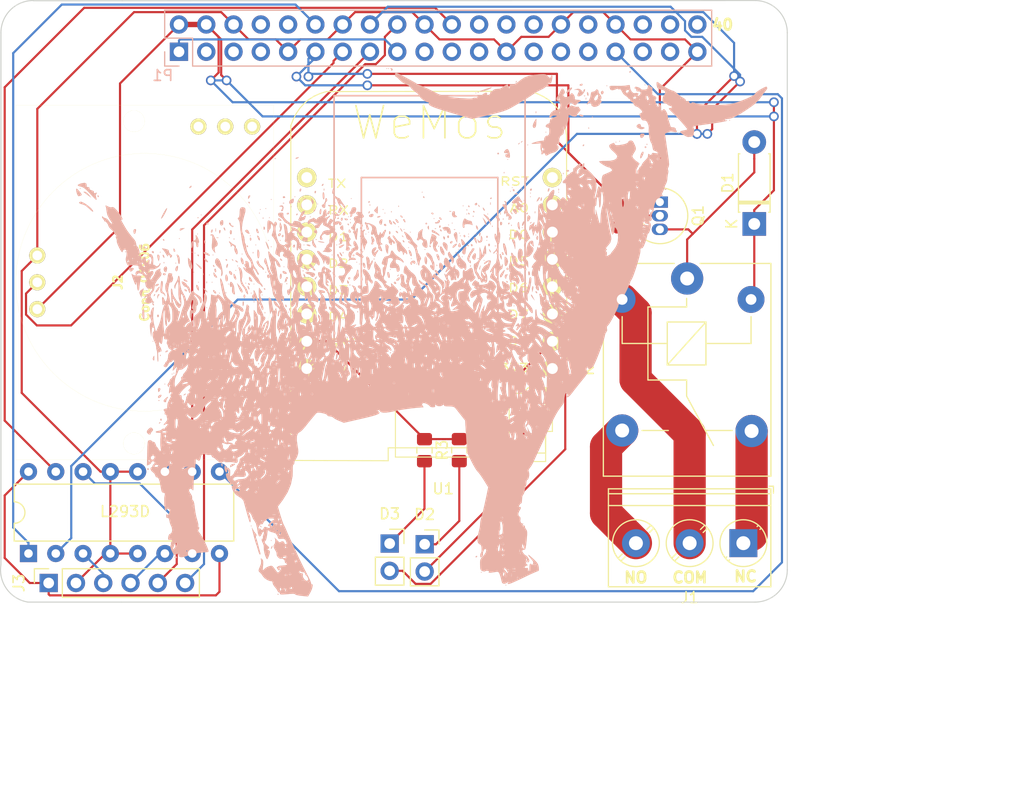
<source format=kicad_pcb>
(kicad_pcb (version 20171130) (host pcbnew "(5.0.0-3-g5ebb6b6)")
  (title_block (date "15 nov 2012"))
  (layers (0 F.Cu signal hide) (31 B.Cu signal hide) (34 B.Paste user) (35 F.Paste user) (36 B.SilkS user) (37 F.SilkS user) (38 B.Mask user) (39 F.Mask user) (44 Edge.Cuts user))
  (net 0 "")
  (net 1 +3V3)
  (net 2 +5V)
  (net 3 GND)
  (net 4 /ID_SD)
  (net 5 /ID_SC)
  (net 6 /GPIO5)
  (net 7 /GPIO6)
  (net 8 /GPIO26)
  (net 9 "/GPIO2(SDA1)")
  (net 10 "/GPIO3(SCL1)")
  (net 11 "/GPIO4(GCLK)")
  (net 12 "/GPIO14(TXD0)")
  (net 13 "/GPIO15(RXD0)")
  (net 14 "/GPIO17(GEN0)")
  (net 15 "/GPIO27(GEN2)")
  (net 16 "/GPIO22(GEN3)")
  (net 17 "/GPIO23(GEN4)")
  (net 18 "/GPIO24(GEN5)")
  (net 19 "/GPIO25(GEN6)")
  (net 20 "/GPIO18(GEN1)(PWM0)")
  (net 21 "/GPIO10(SPI0_MOSI)")
  (net 22 "/GPIO9(SPI0_MISO)")
  (net 23 "/GPIO11(SPI0_SCK)")
  (net 24 "/GPIO8(SPI0_CE_N)")
  (net 25 "/GPIO7(SPI1_CE_N)")
  (net 26 "/GPIO12(PWM0)")
  (net 27 "/GPIO13(PWM1)")
  (net 28 "/GPIO19(SPI1_MISO)")
  (net 29 /GPIO16)
  (net 30 "/GPIO20(SPI1_MOSI)")
  (net 31 "/GPIO21(SPI1_SCK)")
  (net 32 "Net-(Q1-Pad2)")
  (net 33 "Net-(J2-Pad1)")
  (net 34 "Net-(J2-Pad2)")
  (net 35 "Net-(J2-Pad3)")
  (net 36 "/RLY(NC)")
  (net 37 "/RLY(COM)")
  (net 38 "/RLY(NO)")
  (net 39 /RLY1)
  (net 40 "Net-(U1-Pad8)")
  (net 41 "Net-(U1-Pad7)")
  (net 42 "Net-(U1-Pad6)")
  (net 43 "Net-(U1-Pad5)")
  (net 44 "Net-(U1-Pad4)")
  (net 45 "Net-(U1-Pad3)")
  (net 46 "Net-(U1-Pad1)")
  (net 47 "Net-(U1-Pad16)")
  (net 48 "Net-(U1-Pad13)")
  (net 49 "Net-(U1-Pad12)")
  (net 50 "Net-(U1-Pad11)")
  (net 51 "Net-(U1-Pad10)")
  (net 52 "Net-(U1-Pad9)")
  (net 53 /WM_GND)
  (net 54 "Net-(D2-Pad1)")
  (net 55 "Net-(D3-Pad1)")
  (net 56 /WM_D8)
  (net 57 /WM_D7)
  (net 58 /Out1)
  (net 59 /Out3)
  (net 60 /Out2)
  (net 61 /Out4)
  (net 62 /Vcc2)
  (module graphics:goat (layer B.Cu) (at 230.3784 122.4664 180)
    (fp_text reference G*** hide)
    (fp_text value LOGO hide)
  )
  (module Connector_PinSocket_2.54mm:PinSocket_1x06_P2.54mm_Vertical (layer F.Cu) (at 196.2408 148.222 90)
    (fp_text reference J3 (at 0 -2.77 90) (layer F.SilkS))
    (fp_text value Conn_01x06)
    (pad 1 thru_hole rect (at 0 0 90) (size 1.7 1.7) (drill 1) (layers *.Cu *.Mask) (net 62 /Vcc2))
    (pad 2 thru_hole oval (at 0 2.54 90) (size 1.7 1.7) (drill 1) (layers *.Cu *.Mask) (net 3 GND))
    (pad 3 thru_hole oval (at 0 5.08 90) (size 1.7 1.7) (drill 1) (layers *.Cu *.Mask) (net 58 /Out1))
    (pad 4 thru_hole oval (at 0 7.62 90) (size 1.7 1.7) (drill 1) (layers *.Cu *.Mask) (net 60 /Out2))
    (pad 5 thru_hole oval (at 0 10.16 90) (size 1.7 1.7) (drill 1) (layers *.Cu *.Mask) (net 59 /Out3))
    (pad 6 thru_hole oval (at 0 12.7 90) (size 1.7 1.7) (drill 1) (layers *.Cu *.Mask) (net 61 /Out4))
  )
  (module Package_DIP:DIP-16_W7.62mm (layer F.Cu) (at 194.3612 145.4788 90)
    (fp_text reference L293D (at 3.9116 8.9916 180) (layer F.SilkS))
    (fp_text value L293D)
    (pad 1 thru_hole rect (at 0 0 90) (size 1.6 1.6) (drill 0.8) (layers *.Cu *.Mask) (net 20 "/GPIO18(GEN1)(PWM0)"))
    (pad 9 thru_hole oval (at 7.62 17.78 90) (size 1.6 1.6) (drill 0.8) (layers *.Cu *.Mask) (net 27 "/GPIO13(PWM1)"))
    (pad 2 thru_hole oval (at 0 2.54 90) (size 1.6 1.6) (drill 0.8) (layers *.Cu *.Mask) (net 17 "/GPIO23(GEN4)"))
    (pad 10 thru_hole oval (at 7.62 15.24 90) (size 1.6 1.6) (drill 0.8) (layers *.Cu *.Mask) (net 16 "/GPIO22(GEN3)"))
    (pad 3 thru_hole oval (at 0 5.08 90) (size 1.6 1.6) (drill 0.8) (layers *.Cu *.Mask) (net 58 /Out1))
    (pad 11 thru_hole oval (at 7.62 12.7 90) (size 1.6 1.6) (drill 0.8) (layers *.Cu *.Mask) (net 59 /Out3))
    (pad 4 thru_hole oval (at 0 7.62 90) (size 1.6 1.6) (drill 0.8) (layers *.Cu *.Mask) (net 3 GND))
    (pad 12 thru_hole oval (at 7.62 10.16 90) (size 1.6 1.6) (drill 0.8) (layers *.Cu *.Mask) (net 3 GND))
    (pad 5 thru_hole oval (at 0 10.16 90) (size 1.6 1.6) (drill 0.8) (layers *.Cu *.Mask) (net 3 GND))
    (pad 13 thru_hole oval (at 7.62 7.62 90) (size 1.6 1.6) (drill 0.8) (layers *.Cu *.Mask) (net 3 GND))
    (pad 6 thru_hole oval (at 0 12.7 90) (size 1.6 1.6) (drill 0.8) (layers *.Cu *.Mask) (net 60 /Out2))
    (pad 14 thru_hole oval (at 7.62 5.08 90) (size 1.6 1.6) (drill 0.8) (layers *.Cu *.Mask) (net 61 /Out4))
    (pad 7 thru_hole oval (at 0 15.24 90) (size 1.6 1.6) (drill 0.8) (layers *.Cu *.Mask) (net 18 "/GPIO24(GEN5)"))
    (pad 15 thru_hole oval (at 7.62 2.54 90) (size 1.6 1.6) (drill 0.8) (layers *.Cu *.Mask) (net 19 "/GPIO25(GEN6)"))
    (pad 8 thru_hole oval (at 0 17.78 90) (size 1.6 1.6) (drill 0.8) (layers *.Cu *.Mask) (net 62 /Vcc2))
    (pad 16 thru_hole oval (at 7.62 0 90) (size 1.6 1.6) (drill 0.8) (layers *.Cu *.Mask) (net 62 /Vcc2))
  )
  (module Connector_PinSocket_2.54mm:PinSocket_1x02_P2.54mm_Vertical (layer F.Cu) (at 227.983745 144.549771)
    (fp_text reference D3 (at 0 -2.77) (layer F.SilkS))
    (fp_text value LED)
    (pad 2 thru_hole oval (at 0 2.54) (size 1.7 1.7) (drill 1) (layers *.Cu *.Mask) (net 57 /WM_D7))
    (pad 1 thru_hole rect (at 0 0) (size 1.7 1.7) (drill 1) (layers *.Cu *.Mask) (net 55 "Net-(D3-Pad1)"))
  )
  (module Connector_PinSocket_2.54mm:PinSocket_1x02_P2.54mm_Vertical (layer F.Cu) (at 231.242 144.6152)
    (fp_text reference D2 (at 0 -2.77) (layer F.SilkS))
    (fp_text value LED)
    (pad 1 thru_hole rect (at 0 0) (size 1.7 1.7) (drill 1) (layers *.Cu *.Mask) (net 54 "Net-(D2-Pad1)"))
    (pad 2 thru_hole oval (at 0 2.54) (size 1.7 1.7) (drill 1) (layers *.Cu *.Mask) (net 56 /WM_D8))
  )
  (module Resistor_SMD:R_0805_2012Metric_Pad1.15x1.40mm_HandSolder (layer F.Cu) (at 231.224785 135.857891 270)
    (fp_text reference R3 (at 0 -1.65 270) (layer F.SilkS))
    (fp_text value R_US)
    (pad 2 smd roundrect (at 1.025 0 270) (size 1.15 1.4) (layers F.Cu F.Paste F.Mask) (roundrect_rratio 0.217391) (net 55 "Net-(D3-Pad1)"))
    (pad 1 smd roundrect (at -1.025 0 270) (size 1.15 1.4) (layers F.Cu F.Paste F.Mask) (roundrect_rratio 0.217391) (net 53 /WM_GND))
  )
  (module Resistor_SMD:R_0805_2012Metric_Pad1.15x1.40mm_HandSolder (layer F.Cu) (at 234.465825 135.851651 270)
    (fp_text reference R2 (at 0 -1.65 270) (layer F.SilkS))
    (fp_text value R_US)
    (pad 1 smd roundrect (at -1.025 0 270) (size 1.15 1.4) (layers F.Cu F.Paste F.Mask) (roundrect_rratio 0.217391) (net 53 /WM_GND))
    (pad 2 smd roundrect (at 1.025 0 270) (size 1.15 1.4) (layers F.Cu F.Paste F.Mask) (roundrect_rratio 0.217391) (net 54 "Net-(D2-Pad1)"))
  )
  (module D1_mini_board:D1_mini_board (layer F.Cu) (at 231.6992 120.6376)
    (fp_text reference U1 (at 1.27 18.81) (layer F.SilkS))
    (fp_text value WeMos_mini)
    (fp_text user WeMos (at 0 -15.24) (layer F.SilkS) (effects (font (size 3 3))))
    (pad 8 thru_hole circle (at -11.43 -10.16) (size 1.8 1.8) (drill 1.016) (layers *.Cu *.Mask F.SilkS) (net 40 "Net-(U1-Pad8)"))
    (pad 7 thru_hole circle (at -11.43 -7.62) (size 1.8 1.8) (drill 1.016) (layers *.Cu *.Mask F.SilkS) (net 41 "Net-(U1-Pad7)"))
    (pad 6 thru_hole circle (at -11.43 -5.08) (size 1.8 1.8) (drill 1.016) (layers *.Cu *.Mask F.SilkS) (net 42 "Net-(U1-Pad6)"))
    (pad 5 thru_hole circle (at -11.43 -2.54) (size 1.8 1.8) (drill 1.016) (layers *.Cu *.Mask F.SilkS) (net 43 "Net-(U1-Pad5)"))
    (pad 4 thru_hole circle (at -11.43 0) (size 1.8 1.8) (drill 1.016) (layers *.Cu *.Mask F.SilkS) (net 44 "Net-(U1-Pad4)"))
    (pad 3 thru_hole circle (at -11.43 2.54) (size 1.8 1.8) (drill 1.016) (layers *.Cu *.Mask F.SilkS) (net 45 "Net-(U1-Pad3)"))
    (pad 2 thru_hole circle (at -11.43 5.08) (size 1.8 1.8) (drill 1.016) (layers *.Cu *.Mask F.SilkS) (net 53 /WM_GND))
    (pad 1 thru_hole circle (at -11.43 7.62) (size 1.8 1.8) (drill 1.016) (layers *.Cu *.Mask F.SilkS) (net 46 "Net-(U1-Pad1)"))
    (pad 16 thru_hole circle (at 11.43 7.62) (size 1.8 1.8) (drill 1.016) (layers *.Cu *.Mask F.SilkS) (net 47 "Net-(U1-Pad16)"))
    (pad 15 thru_hole circle (at 11.43 5.08) (size 1.8 1.8) (drill 1.016) (layers *.Cu *.Mask F.SilkS) (net 56 /WM_D8))
    (pad 14 thru_hole circle (at 11.43 2.54) (size 1.8 1.8) (drill 1.016) (layers *.Cu *.Mask F.SilkS) (net 57 /WM_D7))
    (pad 13 thru_hole circle (at 11.43 0) (size 1.8 1.8) (drill 1.016) (layers *.Cu *.Mask F.SilkS) (net 48 "Net-(U1-Pad13)"))
    (pad 12 thru_hole circle (at 11.43 -2.54) (size 1.8 1.8) (drill 1.016) (layers *.Cu *.Mask F.SilkS) (net 49 "Net-(U1-Pad12)"))
    (pad 11 thru_hole circle (at 11.43 -5.08) (size 1.8 1.8) (drill 1.016) (layers *.Cu *.Mask F.SilkS) (net 50 "Net-(U1-Pad11)"))
    (pad 10 thru_hole circle (at 11.43 -7.62) (size 1.8 1.8) (drill 1.016) (layers *.Cu *.Mask F.SilkS) (net 51 "Net-(U1-Pad10)"))
    (pad 9 thru_hole circle (at 11.43 -10.16) (size 1.8 1.8) (drill 1.016) (layers *.Cu *.Mask F.SilkS) (net 52 "Net-(U1-Pad9)"))
  )
  (module motion:HC-SR501 (layer F.Cu) (at 205.1816 120.2312 270)
    (fp_text reference J2 (at 0 2.5 270) (layer F.SilkS) (effects (font (size 0.8 0.8) (thickness 0.2))))
    (fp_text value Conn_01x06 (at 0 0 270) (layer F.SilkS) (effects (font (size 0.8 0.8) (thickness 0.2))))
    (pad 1 thru_hole circle (at -14.5 -10 270) (size 1.5 1.5) (drill 0.9) (layers *.Cu *.Mask F.SilkS) (net 33 "Net-(J2-Pad1)"))
    (pad 2 thru_hole circle (at -14.5 -7.5 270) (size 1.5 1.5) (drill 0.9) (layers *.Cu *.Mask F.SilkS) (net 34 "Net-(J2-Pad2)"))
    (pad 3 thru_hole circle (at -14.5 -5 270) (size 1.5 1.5) (drill 0.9) (layers *.Cu *.Mask F.SilkS) (net 35 "Net-(J2-Pad3)"))
    (pad 4 thru_hole circle (at -2.5 10 270) (size 1.5 1.5) (drill 0.9) (layers *.Cu *.Mask F.SilkS) (net 3 GND))
    (pad 5 thru_hole circle (at 0 10 270) (size 1.5 1.5) (drill 0.9) (layers *.Cu *.Mask F.SilkS) (net 15 "/GPIO27(GEN2)"))
    (pad 6 thru_hole circle (at 2.5 10 270) (size 1.5 1.5) (drill 0.9) (layers *.Cu *.Mask F.SilkS) (net 2 +5V))
    (pad "" np_thru_hole circle (at 15 1 270) (size 2 2) (drill 2) (layers *.Cu *.Mask F.SilkS))
    (pad "" np_thru_hole circle (at -15 1 270) (size 2 2) (drill 2) (layers *.Cu *.Mask F.SilkS))
  )
  (module Diode_THT:D_DO-41_SOD81_P7.62mm_Horizontal (layer F.Cu) (at 261.9252 114.7956 90)
    (fp_text reference D1 (at 3.81 -2.47 90) (layer F.SilkS))
    (fp_text value D)
    (fp_text user K (at 0 -2.1 90) (layer F.SilkS))
    (pad 1 thru_hole rect (at 0 0 90) (size 2.2 2.2) (drill 1.1) (layers *.Cu *.Mask) (net 2 +5V))
    (pad 2 thru_hole oval (at 7.62 0 90) (size 2.2 2.2) (drill 1.1) (layers *.Cu *.Mask) (net 39 /RLY1))
  )
  (module Relay_THT:Relay_SPDT_SANYOU_SRD_Series_Form_C (layer F.Cu) (at 255.6768 119.8756 270)
    (fp_text reference K1 (at 8.1 9.2 270) (layer F.SilkS))
    (fp_text value G5Q-1)
    (pad 2 thru_hole circle (at 1.95 6.05) (size 2.5 2.5) (drill 1) (layers *.Cu *.Mask) (net 37 "/RLY(COM)"))
    (pad 3 thru_hole circle (at 14.15 6.05) (size 3 3) (drill 1.3) (layers *.Cu *.Mask) (net 38 "/RLY(NO)"))
    (pad 4 thru_hole circle (at 14.2 -6) (size 3 3) (drill 1.3) (layers *.Cu *.Mask) (net 36 "/RLY(NC)"))
    (pad 5 thru_hole circle (at 1.95 -5.95) (size 2.5 2.5) (drill 1) (layers *.Cu *.Mask) (net 2 +5V))
    (pad 1 thru_hole circle (at 0 0) (size 3 3) (drill 1.3) (layers *.Cu *.Mask) (net 39 /RLY1))
  )
  (module Package_TO_SOT_THT:TO-92_Inline (layer F.Cu) (at 253.1368 112.7636 270)
    (fp_text reference Q1 (at 1.27 -3.56 270) (layer F.SilkS))
    (fp_text value 2N3904)
    (pad 2 thru_hole oval (at 1.27 0 270) (size 1.05 1.5) (drill 0.75) (layers *.Cu *.Mask) (net 32 "Net-(Q1-Pad2)"))
    (pad 3 thru_hole oval (at 2.54 0 270) (size 1.05 1.5) (drill 0.75) (layers *.Cu *.Mask) (net 39 /RLY1))
    (pad 1 thru_hole rect (at 0 0 270) (size 1.05 1.5) (drill 0.75) (layers *.Cu *.Mask) (net 3 GND))
  )
  (module Resistor_SMD:R_0805_2012Metric_Pad1.15x1.40mm_HandSolder (layer F.Cu) (at 249.53 114.0844 270)
    (fp_text reference R1 (at 0 -1.65 270) (layer F.SilkS))
    (fp_text value R_US)
    (pad 1 smd roundrect (at -1.025 0 270) (size 1.15 1.4) (layers F.Cu F.Paste F.Mask) (roundrect_rratio 0.217391) (net 14 "/GPIO17(GEN0)"))
    (pad 2 smd roundrect (at 1.025 0 270) (size 1.15 1.4) (layers F.Cu F.Paste F.Mask) (roundrect_rratio 0.217391) (net 32 "Net-(Q1-Pad2)"))
  )
  (module TerminalBlock_Phoenix:TerminalBlock_Phoenix_PT-1,5-3-5.0-H_1x03_P5.00mm_Horizontal (layer F.Cu) (at 260.9092 144.5136 180)
    (fp_text reference J1 (at 5 -5.06 180) (layer F.SilkS))
    (fp_text value Screw_Terminal_01x03)
    (pad 1 thru_hole rect (at 0 0 180) (size 2.6 2.6) (drill 1.3) (layers *.Cu *.Mask) (net 36 "/RLY(NC)"))
    (pad 2 thru_hole circle (at 5 0 180) (size 2.6 2.6) (drill 1.3) (layers *.Cu *.Mask) (net 37 "/RLY(COM)"))
    (pad 3 thru_hole circle (at 10 0 180) (size 2.6 2.6) (drill 1.3) (layers *.Cu *.Mask) (net 38 "/RLY(NO)"))
  )
  (module Connector_PinSocket_2.54mm:PinSocket_2x20_P2.54mm_Vertical (layer B.Cu) (at 208.37 98.77 270)
    (fp_text reference P1 (at 2.208 1.512) (layer B.SilkS) (effects (justify mirror)))
    (fp_text value Conn_02x20_Odd_Even)
    (pad 1 thru_hole rect (at 0 0 270) (size 1.7 1.7) (drill 1) (layers *.Cu *.Mask) (net 1 +3V3))
    (pad 2 thru_hole oval (at -2.54 0 270) (size 1.7 1.7) (drill 1) (layers *.Cu *.Mask) (net 2 +5V))
    (pad 3 thru_hole oval (at 0 -2.54 270) (size 1.7 1.7) (drill 1) (layers *.Cu *.Mask) (net 9 "/GPIO2(SDA1)"))
    (pad 4 thru_hole oval (at -2.54 -2.54 270) (size 1.7 1.7) (drill 1) (layers *.Cu *.Mask) (net 2 +5V))
    (pad 5 thru_hole oval (at 0 -5.08 270) (size 1.7 1.7) (drill 1) (layers *.Cu *.Mask) (net 10 "/GPIO3(SCL1)"))
    (pad 6 thru_hole oval (at -2.54 -5.08 270) (size 1.7 1.7) (drill 1) (layers *.Cu *.Mask) (net 3 GND))
    (pad 7 thru_hole oval (at 0 -7.62 270) (size 1.7 1.7) (drill 1) (layers *.Cu *.Mask) (net 11 "/GPIO4(GCLK)"))
    (pad 8 thru_hole oval (at -2.54 -7.62 270) (size 1.7 1.7) (drill 1) (layers *.Cu *.Mask) (net 12 "/GPIO14(TXD0)"))
    (pad 9 thru_hole oval (at 0 -10.16 270) (size 1.7 1.7) (drill 1) (layers *.Cu *.Mask) (net 3 GND))
    (pad 10 thru_hole oval (at -2.54 -10.16 270) (size 1.7 1.7) (drill 1) (layers *.Cu *.Mask) (net 13 "/GPIO15(RXD0)"))
    (pad 11 thru_hole oval (at 0 -12.7 270) (size 1.7 1.7) (drill 1) (layers *.Cu *.Mask) (net 14 "/GPIO17(GEN0)"))
    (pad 12 thru_hole oval (at -2.54 -12.7 270) (size 1.7 1.7) (drill 1) (layers *.Cu *.Mask) (net 20 "/GPIO18(GEN1)(PWM0)"))
    (pad 13 thru_hole oval (at 0 -15.24 270) (size 1.7 1.7) (drill 1) (layers *.Cu *.Mask) (net 15 "/GPIO27(GEN2)"))
    (pad 14 thru_hole oval (at -2.54 -15.24 270) (size 1.7 1.7) (drill 1) (layers *.Cu *.Mask) (net 3 GND))
    (pad 15 thru_hole oval (at 0 -17.78 270) (size 1.7 1.7) (drill 1) (layers *.Cu *.Mask) (net 16 "/GPIO22(GEN3)"))
    (pad 16 thru_hole oval (at -2.54 -17.78 270) (size 1.7 1.7) (drill 1) (layers *.Cu *.Mask) (net 17 "/GPIO23(GEN4)"))
    (pad 17 thru_hole oval (at 0 -20.32 270) (size 1.7 1.7) (drill 1) (layers *.Cu *.Mask) (net 1 +3V3))
    (pad 18 thru_hole oval (at -2.54 -20.32 270) (size 1.7 1.7) (drill 1) (layers *.Cu *.Mask) (net 18 "/GPIO24(GEN5)"))
    (pad 19 thru_hole oval (at 0 -22.86 270) (size 1.7 1.7) (drill 1) (layers *.Cu *.Mask) (net 21 "/GPIO10(SPI0_MOSI)"))
    (pad 20 thru_hole oval (at -2.54 -22.86 270) (size 1.7 1.7) (drill 1) (layers *.Cu *.Mask) (net 3 GND))
    (pad 21 thru_hole oval (at 0 -25.4 270) (size 1.7 1.7) (drill 1) (layers *.Cu *.Mask) (net 22 "/GPIO9(SPI0_MISO)"))
    (pad 22 thru_hole oval (at -2.54 -25.4 270) (size 1.7 1.7) (drill 1) (layers *.Cu *.Mask) (net 19 "/GPIO25(GEN6)"))
    (pad 23 thru_hole oval (at 0 -27.94 270) (size 1.7 1.7) (drill 1) (layers *.Cu *.Mask) (net 23 "/GPIO11(SPI0_SCK)"))
    (pad 24 thru_hole oval (at -2.54 -27.94 270) (size 1.7 1.7) (drill 1) (layers *.Cu *.Mask) (net 24 "/GPIO8(SPI0_CE_N)"))
    (pad 25 thru_hole oval (at 0 -30.48 270) (size 1.7 1.7) (drill 1) (layers *.Cu *.Mask) (net 3 GND))
    (pad 26 thru_hole oval (at -2.54 -30.48 270) (size 1.7 1.7) (drill 1) (layers *.Cu *.Mask) (net 25 "/GPIO7(SPI1_CE_N)"))
    (pad 27 thru_hole oval (at 0 -33.02 270) (size 1.7 1.7) (drill 1) (layers *.Cu *.Mask) (net 4 /ID_SD))
    (pad 28 thru_hole oval (at -2.54 -33.02 270) (size 1.7 1.7) (drill 1) (layers *.Cu *.Mask) (net 5 /ID_SC))
    (pad 29 thru_hole oval (at 0 -35.56 270) (size 1.7 1.7) (drill 1) (layers *.Cu *.Mask) (net 6 /GPIO5))
    (pad 30 thru_hole oval (at -2.54 -35.56 270) (size 1.7 1.7) (drill 1) (layers *.Cu *.Mask) (net 3 GND))
    (pad 31 thru_hole oval (at 0 -38.1 270) (size 1.7 1.7) (drill 1) (layers *.Cu *.Mask) (net 7 /GPIO6))
    (pad 32 thru_hole oval (at -2.54 -38.1 270) (size 1.7 1.7) (drill 1) (layers *.Cu *.Mask) (net 26 "/GPIO12(PWM0)"))
    (pad 33 thru_hole oval (at 0 -40.64 270) (size 1.7 1.7) (drill 1) (layers *.Cu *.Mask) (net 27 "/GPIO13(PWM1)"))
    (pad 34 thru_hole oval (at -2.54 -40.64 270) (size 1.7 1.7) (drill 1) (layers *.Cu *.Mask) (net 3 GND))
    (pad 35 thru_hole oval (at 0 -43.18 270) (size 1.7 1.7) (drill 1) (layers *.Cu *.Mask) (net 28 "/GPIO19(SPI1_MISO)"))
    (pad 36 thru_hole oval (at -2.54 -43.18 270) (size 1.7 1.7) (drill 1) (layers *.Cu *.Mask) (net 29 /GPIO16))
    (pad 37 thru_hole oval (at 0 -45.72 270) (size 1.7 1.7) (drill 1) (layers *.Cu *.Mask) (net 8 /GPIO26))
    (pad 38 thru_hole oval (at -2.54 -45.72 270) (size 1.7 1.7) (drill 1) (layers *.Cu *.Mask) (net 30 "/GPIO20(SPI1_MOSI)"))
    (pad 39 thru_hole oval (at 0 -48.26 270) (size 1.7 1.7) (drill 1) (layers *.Cu *.Mask) (net 3 GND))
    (pad 40 thru_hole oval (at -2.54 -48.26 270) (size 1.7 1.7) (drill 1) (layers *.Cu *.Mask) (net 31 "/GPIO21(SPI1_SCK)"))
  )
  (gr_text 40 (at 258.9788 96.2536) (layer F.SilkS) (effects (font (size 1 1) (thickness 0.25))))
  (gr_text NC (at 261.1124 147.6124) (layer F.SilkS) (effects (font (size 1 1) (thickness 0.25))))
  (gr_text COM (at 255.9308 147.714) (layer F.SilkS) (effects (font (size 1 1) (thickness 0.25))))
  (gr_text NO (at 250.9016 147.714) (layer F.SilkS) (effects (font (size 1 1) (thickness 0.25))))
  (gr_text "RST\n\nA0\n\nD0\n\nD5\n\nD6\n\nD7\n\nD8\n\n3V3" (at 241.0464 119.52) (layer F.SilkS) (effects (font (size 0.77 1) (thickness 0.125)) (justify right)))
  (gr_text "TX\n\nRX\n\nD1\n\nD2\n\nD3\n\nD4\n\nGND\n\n5V" (at 222.1488 119.7232) (layer F.SilkS) (effects (font (size 0.77 1) (thickness 0.125)) (justify left)))
  (gr_line (start 194.8184 94.0184) (end 203.0988 94.0184) (layer Edge.Cuts) (width 0.1))
  (gr_line (start 194.3612 150) (end 202.9972 150) (layer Edge.Cuts) (width 0.1))
  (gr_line (start 203 150) (end 262 150) (layer Edge.Cuts) (width 0.1))
  (gr_line (start 191.7972 97) (end 191.7972 146.52) (layer Edge.Cuts) (width 0.1))
  (gr_arc (start 194.7972 97) (end 191.7972 97) (angle 90) (layer Edge.Cuts) (width 0.1))
  (gr_arc (start 194.7972 147) (end 194.3172 150) (angle 90) (layer Edge.Cuts) (width 0.1))
  (gr_arc (start 262 97) (end 262 94) (angle 90) (layer Edge.Cuts) (width 0.1))
  (gr_arc (start 262 147) (end 265 147) (angle 90) (layer Edge.Cuts) (width 0.1))
  (gr_line (start 262 94) (end 203.0988 94.0184) (layer Edge.Cuts) (width 0.1))
  (gr_line (start 265 147) (end 265 97) (layer Edge.Cuts) (width 0.1))
  (segment (start 227.539999 97.619999) (end 227.840001 97.920001) (width 0.2) (layer B.Cu) (net 1))
  (segment (start 208.37 97.72) (end 208.470001 97.619999) (width 0.2) (layer B.Cu) (net 1))
  (segment (start 227.840001 97.920001) (end 228.69 98.77) (width 0.2) (layer B.Cu) (net 1))
  (segment (start 208.470001 97.619999) (end 227.539999 97.619999) (width 0.2) (layer B.Cu) (net 1))
  (segment (start 208.37 98.77) (end 208.37 97.72) (width 0.2) (layer B.Cu) (net 1))
  (via (at 211.3284 101.4352) (size 0.9) (drill 0.6) (layers F.Cu B.Cu) (net 2))
  (via (at 212.8016 101.4352) (size 0.9) (drill 0.6) (layers F.Cu B.Cu) (net 2))
  (segment (start 210.91 96.23) (end 208.37 96.23) (width 0.5) (layer F.Cu) (net 2))
  (segment (start 261.9252 121.5272) (end 261.6268 121.8256) (width 0.2) (layer F.Cu) (net 2))
  (segment (start 261.9252 114.7956) (end 261.9252 121.5272) (width 0.2) (layer F.Cu) (net 2))
  (segment (start 207.520001 97.079999) (end 208.37 96.23) (width 0.2) (layer F.Cu) (net 2))
  (segment (start 202.881599 115.031201) (end 202.881599 101.718401) (width 0.2) (layer F.Cu) (net 2))
  (segment (start 202.881599 101.718401) (end 207.520001 97.079999) (width 0.2) (layer F.Cu) (net 2))
  (segment (start 195.1816 122.7312) (end 202.881599 115.031201) (width 0.2) (layer F.Cu) (net 2))
  (segment (start 261.9252 113.4956) (end 263.754 111.6668) (width 0.2) (layer F.Cu) (net 2))
  (segment (start 261.9252 114.7956) (end 261.9252 113.4956) (width 0.2) (layer F.Cu) (net 2))
  (segment (start 263.754 111.6668) (end 263.754 104.788) (width 0.2) (layer F.Cu) (net 2))
  (segment (start 263.754 103.4672) (end 263.754 103.3656) (width 0.2) (layer F.Cu) (net 2))
  (via (at 263.754 103.4672) (size 0.9) (drill 0.6) (layers F.Cu B.Cu) (net 2))
  (segment (start 263.754 104.788) (end 263.754 103.4672) (width 0.2) (layer F.Cu) (net 2))
  (via (at 263.754 104.788) (size 0.9) (drill 0.6) (layers F.Cu B.Cu) (net 2))
  (segment (start 216.1544 104.788) (end 212.8016 101.4352) (width 0.2) (layer B.Cu) (net 2))
  (segment (start 263.754 104.788) (end 216.1544 104.788) (width 0.2) (layer B.Cu) (net 2))
  (segment (start 212.8016 101.4352) (end 211.3284 101.4352) (width 0.2) (layer B.Cu) (net 2))
  (segment (start 213.3604 103.4672) (end 211.3284 101.4352) (width 0.2) (layer B.Cu) (net 2))
  (segment (start 263.754 103.4672) (end 213.3604 103.4672) (width 0.2) (layer B.Cu) (net 2))
  (segment (start 212.060001 100.703599) (end 211.3284 101.4352) (width 0.2) (layer F.Cu) (net 2))
  (segment (start 212.060001 97.380001) (end 212.060001 100.703599) (width 0.2) (layer F.Cu) (net 2))
  (segment (start 210.91 96.23) (end 212.060001 97.380001) (width 0.2) (layer F.Cu) (net 2))
  (segment (start 212.299999 97.619999) (end 212.299999 100.933599) (width 0.2) (layer F.Cu) (net 2))
  (segment (start 212.351601 100.985201) (end 212.8016 101.4352) (width 0.2) (layer F.Cu) (net 2))
  (segment (start 212.299999 100.933599) (end 212.351601 100.985201) (width 0.2) (layer F.Cu) (net 2))
  (segment (start 210.91 96.23) (end 212.299999 97.619999) (width 0.2) (layer F.Cu) (net 2))
  (segment (start 217.379999 97.619999) (end 217.680001 97.920001) (width 0.2) (layer F.Cu) (net 3))
  (segment (start 214.839999 97.619999) (end 217.379999 97.619999) (width 0.2) (layer F.Cu) (net 3))
  (segment (start 217.680001 97.920001) (end 218.53 98.77) (width 0.2) (layer F.Cu) (net 3))
  (segment (start 213.45 96.23) (end 214.839999 97.619999) (width 0.2) (layer F.Cu) (net 3))
  (segment (start 222.760001 97.079999) (end 223.61 96.23) (width 0.2) (layer F.Cu) (net 3))
  (segment (start 219.680001 97.619999) (end 222.220001 97.619999) (width 0.2) (layer F.Cu) (net 3))
  (segment (start 222.220001 97.619999) (end 222.760001 97.079999) (width 0.2) (layer F.Cu) (net 3))
  (segment (start 218.53 98.77) (end 219.680001 97.619999) (width 0.2) (layer F.Cu) (net 3))
  (segment (start 230.380001 95.380001) (end 231.23 96.23) (width 0.2) (layer F.Cu) (net 3))
  (segment (start 230.079999 95.079999) (end 230.380001 95.380001) (width 0.2) (layer F.Cu) (net 3))
  (segment (start 224.760001 95.079999) (end 230.079999 95.079999) (width 0.2) (layer F.Cu) (net 3))
  (segment (start 223.61 96.23) (end 224.760001 95.079999) (width 0.2) (layer F.Cu) (net 3))
  (segment (start 238.000001 97.920001) (end 238.85 98.77) (width 0.2) (layer F.Cu) (net 3))
  (segment (start 237.699999 97.619999) (end 238.000001 97.920001) (width 0.2) (layer F.Cu) (net 3))
  (segment (start 232.619999 97.619999) (end 237.699999 97.619999) (width 0.2) (layer F.Cu) (net 3))
  (segment (start 231.23 96.23) (end 232.619999 97.619999) (width 0.2) (layer F.Cu) (net 3))
  (segment (start 243.080001 97.079999) (end 243.93 96.23) (width 0.2) (layer F.Cu) (net 3))
  (segment (start 242.779999 97.380001) (end 243.080001 97.079999) (width 0.2) (layer F.Cu) (net 3))
  (segment (start 240.239999 97.380001) (end 242.779999 97.380001) (width 0.2) (layer F.Cu) (net 3))
  (segment (start 238.85 98.77) (end 240.239999 97.380001) (width 0.2) (layer F.Cu) (net 3))
  (segment (start 248.160001 95.380001) (end 249.01 96.23) (width 0.2) (layer F.Cu) (net 3))
  (segment (start 245.080001 95.079999) (end 247.859999 95.079999) (width 0.2) (layer F.Cu) (net 3))
  (segment (start 247.859999 95.079999) (end 248.160001 95.380001) (width 0.2) (layer F.Cu) (net 3))
  (segment (start 243.93 96.23) (end 245.080001 95.079999) (width 0.2) (layer F.Cu) (net 3))
  (segment (start 255.479999 97.619999) (end 255.780001 97.920001) (width 0.2) (layer F.Cu) (net 3))
  (segment (start 250.399999 97.619999) (end 255.479999 97.619999) (width 0.2) (layer F.Cu) (net 3))
  (segment (start 255.780001 97.920001) (end 256.63 98.77) (width 0.2) (layer F.Cu) (net 3))
  (segment (start 249.01 96.23) (end 250.399999 97.619999) (width 0.2) (layer F.Cu) (net 3))
  (segment (start 204.186001 95.079999) (end 212.299999 95.079999) (width 0.2) (layer F.Cu) (net 3))
  (segment (start 212.600001 95.380001) (end 213.45 96.23) (width 0.2) (layer F.Cu) (net 3))
  (segment (start 212.299999 95.079999) (end 212.600001 95.380001) (width 0.2) (layer F.Cu) (net 3))
  (segment (start 195.1816 104.0844) (end 204.186001 95.079999) (width 0.2) (layer F.Cu) (net 3))
  (segment (start 195.1816 117.7312) (end 195.1816 104.0844) (width 0.2) (layer F.Cu) (net 3))
  (segment (start 253.1368 102.2632) (end 256.63 98.77) (width 0.2) (layer F.Cu) (net 3))
  (segment (start 253.1368 112.7636) (end 253.1368 102.2632) (width 0.2) (layer F.Cu) (net 3))
  (segment (start 201.524 145.4788) (end 201.9812 145.4788) (width 0.2) (layer F.Cu) (net 3))
  (segment (start 198.7808 148.222) (end 201.524 145.4788) (width 0.2) (layer F.Cu) (net 3))
  (segment (start 201.9812 145.4788) (end 204.5212 145.4788) (width 0.2) (layer F.Cu) (net 3))
  (segment (start 201.9812 137.8588) (end 201.9812 145.4788) (width 0.2) (layer F.Cu) (net 3))
  (segment (start 201.9812 137.8588) (end 204.5212 137.8588) (width 0.2) (layer F.Cu) (net 3))
  (segment (start 194.431601 118.481199) (end 195.1816 117.7312) (width 0.2) (layer F.Cu) (net 3))
  (segment (start 193.731589 119.181211) (end 194.431601 118.481199) (width 0.2) (layer F.Cu) (net 3))
  (segment (start 193.731589 130.521187) (end 193.731589 119.181211) (width 0.2) (layer F.Cu) (net 3))
  (segment (start 201.069202 137.8588) (end 193.731589 130.521187) (width 0.2) (layer F.Cu) (net 3))
  (segment (start 201.9812 137.8588) (end 201.069202 137.8588) (width 0.2) (layer F.Cu) (net 3))
  (via (at 225.908 100.8256) (size 0.9) (drill 0.6) (layers F.Cu B.Cu) (net 14))
  (via (at 225.908 101.8924) (size 0.9) (drill 0.6) (layers F.Cu B.Cu) (net 14))
  (via (at 219.304 101.0796) (size 0.9) (drill 0.6) (layers F.Cu B.Cu) (net 14))
  (via (at 220.4216 101.0796) (size 0.9) (drill 0.6) (layers F.Cu B.Cu) (net 14))
  (segment (start 244.6204 101.8924) (end 225.908 101.8924) (width 0.2) (layer F.Cu) (net 14))
  (segment (start 243.5536 100.8256) (end 225.908 100.8256) (width 0.2) (layer F.Cu) (net 14))
  (segment (start 220.6756 100.8256) (end 220.4216 101.0796) (width 0.2) (layer B.Cu) (net 14))
  (segment (start 225.908 100.8256) (end 220.6756 100.8256) (width 0.2) (layer B.Cu) (net 14))
  (segment (start 220.1168 101.8924) (end 219.304 101.0796) (width 0.2) (layer B.Cu) (net 14))
  (segment (start 225.908 101.8924) (end 220.1168 101.8924) (width 0.2) (layer B.Cu) (net 14))
  (segment (start 221.07 99.3136) (end 221.07 98.77) (width 0.2) (layer B.Cu) (net 14))
  (segment (start 219.304 101.0796) (end 221.07 99.3136) (width 0.2) (layer B.Cu) (net 14))
  (segment (start 220.4216 99.4184) (end 221.07 98.77) (width 0.2) (layer B.Cu) (net 14))
  (segment (start 220.4216 101.0796) (end 220.4216 99.4184) (width 0.2) (layer B.Cu) (net 14))
  (segment (start 244.6204 108.1498) (end 249.53 113.0594) (width 0.2) (layer F.Cu) (net 14))
  (segment (start 244.6204 101.8924) (end 244.6204 108.1498) (width 0.2) (layer F.Cu) (net 14))
  (segment (start 243.5536 107.083) (end 249.53 113.0594) (width 0.2) (layer F.Cu) (net 14))
  (segment (start 243.5536 100.8256) (end 243.5536 107.083) (width 0.2) (layer F.Cu) (net 14))
  (segment (start 194.131599 123.235201) (end 195.140798 124.2444) (width 0.2) (layer F.Cu) (net 15))
  (segment (start 194.131599 121.281201) (end 194.131599 123.235201) (width 0.2) (layer F.Cu) (net 15))
  (segment (start 195.1816 120.2312) (end 194.131599 121.281201) (width 0.2) (layer F.Cu) (net 15))
  (segment (start 195.140798 124.2444) (end 198.3236 124.2444) (width 0.2) (layer F.Cu) (net 15))
  (segment (start 222.760001 99.619999) (end 223.61 98.77) (width 0.2) (layer F.Cu) (net 15))
  (segment (start 222.760001 99.807999) (end 222.760001 99.619999) (width 0.2) (layer F.Cu) (net 15))
  (segment (start 198.3236 124.2444) (end 222.760001 99.807999) (width 0.2) (layer F.Cu) (net 15))
  (segment (start 209.6012 115.3188) (end 226.15 98.77) (width 0.2) (layer F.Cu) (net 16))
  (segment (start 209.6012 137.8588) (end 209.6012 115.3188) (width 0.2) (layer F.Cu) (net 16))
  (segment (start 229.993197 121.837601) (end 245.417198 106.4136) (width 0.2) (layer B.Cu) (net 17))
  (segment (start 213.834397 121.837601) (end 229.993197 121.837601) (width 0.2) (layer B.Cu) (net 17))
  (segment (start 198.341199 144.038801) (end 198.341199 137.330799) (width 0.2) (layer B.Cu) (net 17))
  (segment (start 198.341199 137.330799) (end 213.834397 121.837601) (width 0.2) (layer B.Cu) (net 17))
  (segment (start 196.9012 145.4788) (end 198.341199 144.038801) (width 0.2) (layer B.Cu) (net 17))
  (segment (start 245.417198 106.4136) (end 256.5912 106.4136) (width 0.2) (layer B.Cu) (net 17))
  (segment (start 256.5912 106.4136) (end 257.5564 106.4136) (width 0.2) (layer B.Cu) (net 17))
  (via (at 256.5912 106.4136) (size 0.9) (drill 0.6) (layers F.Cu B.Cu) (net 17))
  (segment (start 257.5564 106.4136) (end 257.7088 106.4136) (width 0.2) (layer B.Cu) (net 17))
  (via (at 257.5564 106.4136) (size 0.9) (drill 0.6) (layers F.Cu B.Cu) (net 17))
  (segment (start 256.5912 106.4136) (end 256.5912 106.4136) (width 0.2) (layer B.Cu) (net 17))
  (via (at 256.5912 106.4136) (size 0.9) (drill 0.6) (layers F.Cu B.Cu) (net 17))
  (segment (start 256.5912 106.4136) (end 256.5912 104.4832) (width 0.2) (layer F.Cu) (net 17))
  (segment (start 256.5912 104.4832) (end 260.0456 101.0288) (width 0.2) (layer F.Cu) (net 17))
  (segment (start 258.006399 105.963601) (end 258.006399 104.134801) (width 0.2) (layer F.Cu) (net 17))
  (segment (start 257.5564 106.4136) (end 258.006399 105.963601) (width 0.2) (layer F.Cu) (net 17))
  (segment (start 258.006399 104.134801) (end 260.6044 101.5368) (width 0.2) (layer F.Cu) (net 17))
  (segment (start 260.0456 101.0288) (end 260.198 100.8764) (width 0.2) (layer F.Cu) (net 17))
  (via (at 260.0456 101.0288) (size 0.9) (drill 0.6) (layers F.Cu B.Cu) (net 17))
  (segment (start 260.6044 101.5368) (end 260.706 101.4352) (width 0.2) (layer F.Cu) (net 17))
  (via (at 260.6044 101.5368) (size 0.9) (drill 0.6) (layers F.Cu B.Cu) (net 17))
  (segment (start 226.999999 95.380001) (end 226.15 96.23) (width 0.2) (layer B.Cu) (net 17))
  (segment (start 227.300001 95.079999) (end 226.999999 95.380001) (width 0.2) (layer B.Cu) (net 17))
  (segment (start 257.182001 95.079999) (end 227.300001 95.079999) (width 0.2) (layer B.Cu) (net 17))
  (segment (start 260.0456 97.943598) (end 257.182001 95.079999) (width 0.2) (layer B.Cu) (net 17))
  (segment (start 260.0456 101.0288) (end 260.0456 97.943598) (width 0.2) (layer B.Cu) (net 17))
  (segment (start 255.479999 95.917997) (end 254.139202 94.5772) (width 0.2) (layer B.Cu) (net 17))
  (segment (start 257.083997 97.380001) (end 256.077999 97.380001) (width 0.2) (layer B.Cu) (net 17))
  (segment (start 255.479999 96.782001) (end 255.479999 95.917997) (width 0.2) (layer B.Cu) (net 17))
  (segment (start 256.077999 97.380001) (end 255.479999 96.782001) (width 0.2) (layer B.Cu) (net 17))
  (segment (start 260.6044 100.900404) (end 257.083997 97.380001) (width 0.2) (layer B.Cu) (net 17))
  (segment (start 260.6044 101.5368) (end 260.6044 100.900404) (width 0.2) (layer B.Cu) (net 17))
  (segment (start 227.8028 94.5772) (end 226.15 96.23) (width 0.2) (layer B.Cu) (net 17))
  (segment (start 254.139202 94.5772) (end 227.8028 94.5772) (width 0.2) (layer B.Cu) (net 17))
  (segment (start 227.840001 97.079999) (end 228.69 96.23) (width 0.2) (layer F.Cu) (net 18))
  (segment (start 227.539999 97.380001) (end 227.840001 97.079999) (width 0.2) (layer F.Cu) (net 18))
  (segment (start 227.539999 99.082003) (end 227.539999 97.380001) (width 0.2) (layer F.Cu) (net 18))
  (segment (start 226.702001 99.920001) (end 227.539999 99.082003) (width 0.2) (layer F.Cu) (net 18))
  (segment (start 225.703597 99.920001) (end 226.702001 99.920001) (width 0.2) (layer F.Cu) (net 18))
  (segment (start 210.701201 114.922397) (end 225.703597 99.920001) (width 0.2) (layer F.Cu) (net 18))
  (segment (start 210.701201 144.378799) (end 210.701201 114.922397) (width 0.2) (layer F.Cu) (net 18))
  (segment (start 209.6012 145.4788) (end 210.701201 144.378799) (width 0.2) (layer F.Cu) (net 18))
  (segment (start 199.541611 94.679989) (end 232.219989 94.679989) (width 0.2) (layer F.Cu) (net 19))
  (segment (start 232.920001 95.380001) (end 233.77 96.23) (width 0.2) (layer F.Cu) (net 19))
  (segment (start 192.14721 102.07439) (end 199.541611 94.679989) (width 0.2) (layer F.Cu) (net 19))
  (segment (start 192.14721 133.10481) (end 192.14721 102.07439) (width 0.2) (layer F.Cu) (net 19))
  (segment (start 232.219989 94.679989) (end 232.920001 95.380001) (width 0.2) (layer F.Cu) (net 19))
  (segment (start 196.9012 137.8588) (end 192.14721 133.10481) (width 0.2) (layer F.Cu) (net 19))
  (segment (start 219.214 94.374) (end 197.46 94.374) (width 0.2) (layer B.Cu) (net 20))
  (segment (start 221.07 96.23) (end 219.214 94.374) (width 0.2) (layer B.Cu) (net 20))
  (segment (start 197.46 94.374) (end 192.9388 98.8952) (width 0.2) (layer B.Cu) (net 20))
  (segment (start 192.9388 143.0564) (end 194.3612 144.4788) (width 0.2) (layer B.Cu) (net 20))
  (segment (start 194.3612 144.4788) (end 194.3612 145.4788) (width 0.2) (layer B.Cu) (net 20))
  (segment (start 192.9388 98.8952) (end 192.9388 143.0564) (width 0.2) (layer B.Cu) (net 20))
  (segment (start 223.2664 148.984) (end 212.1412 137.8588) (width 0.2) (layer B.Cu) (net 27))
  (segment (start 261.8236 148.984) (end 223.2664 148.984) (width 0.2) (layer B.Cu) (net 27))
  (segment (start 264.504001 146.303599) (end 261.8236 148.984) (width 0.2) (layer B.Cu) (net 27))
  (segment (start 264.504001 103.107199) (end 264.504001 146.303599) (width 0.2) (layer B.Cu) (net 27))
  (segment (start 264.114001 102.717199) (end 264.504001 103.107199) (width 0.2) (layer B.Cu) (net 27))
  (segment (start 252.957199 102.717199) (end 264.114001 102.717199) (width 0.2) (layer B.Cu) (net 27))
  (segment (start 249.01 98.77) (end 252.957199 102.717199) (width 0.2) (layer B.Cu) (net 27))
  (segment (start 252.1868 114.0336) (end 253.1368 114.0336) (width 0.2) (layer F.Cu) (net 32))
  (segment (start 251.4058 114.0336) (end 252.1868 114.0336) (width 0.2) (layer F.Cu) (net 32))
  (segment (start 250.33 115.1094) (end 251.4058 114.0336) (width 0.2) (layer F.Cu) (net 32))
  (segment (start 249.53 115.1094) (end 250.33 115.1094) (width 0.2) (layer F.Cu) (net 32))
  (segment (start 261.6768 143.746) (end 260.9092 144.5136) (width 0.2) (layer F.Cu) (net 36))
  (segment (start 261.6768 134.0756) (end 261.6768 143.746) (width 3) (layer F.Cu) (net 36))
  (segment (start 250.876799 129.299599) (end 255.9092 134.332) (width 3) (layer F.Cu) (net 37))
  (segment (start 250.876799 123.075599) (end 250.876799 129.299599) (width 3) (layer F.Cu) (net 37))
  (segment (start 255.9092 134.332) (end 255.9092 144.5136) (width 3) (layer F.Cu) (net 37))
  (segment (start 249.6268 121.8256) (end 250.876799 123.075599) (width 3) (layer F.Cu) (net 37))
  (segment (start 249.609201 143.213601) (end 250.9092 144.5136) (width 3) (layer F.Cu) (net 38))
  (segment (start 248.126801 141.731201) (end 249.609201 143.213601) (width 3) (layer F.Cu) (net 38))
  (segment (start 248.126801 135.525599) (end 248.126801 141.731201) (width 3) (layer F.Cu) (net 38))
  (segment (start 249.6268 134.0256) (end 248.126801 135.525599) (width 3) (layer F.Cu) (net 38))
  (segment (start 261.9252 108.731234) (end 261.9252 107.1756) (width 0.2) (layer F.Cu) (net 39))
  (segment (start 261.9252 109.998434) (end 261.9252 108.731234) (width 0.2) (layer F.Cu) (net 39))
  (segment (start 256.202224 115.72141) (end 261.9252 109.998434) (width 0.2) (layer F.Cu) (net 39))
  (segment (start 255.784414 115.3036) (end 256.202224 115.72141) (width 0.2) (layer F.Cu) (net 39))
  (segment (start 253.1368 115.3036) (end 255.784414 115.3036) (width 0.2) (layer F.Cu) (net 39))
  (segment (start 255.6768 116.246834) (end 255.6768 119.8756) (width 0.2) (layer F.Cu) (net 39))
  (segment (start 256.202224 115.72141) (end 255.6768 116.246834) (width 0.2) (layer F.Cu) (net 39))
  (segment (start 231.231025 134.826651) (end 231.224785 134.832891) (width 0.2) (layer F.Cu) (net 53))
  (segment (start 234.465825 134.826651) (end 231.231025 134.826651) (width 0.2) (layer F.Cu) (net 53))
  (segment (start 222.109494 125.7176) (end 231.224785 134.832891) (width 0.2) (layer F.Cu) (net 53))
  (segment (start 220.2692 125.7176) (end 222.109494 125.7176) (width 0.2) (layer F.Cu) (net 53))
  (segment (start 232.292 144.6152) (end 231.242 144.6152) (width 0.2) (layer F.Cu) (net 54))
  (segment (start 234.465825 142.441375) (end 232.292 144.6152) (width 0.2) (layer F.Cu) (net 54))
  (segment (start 234.465825 136.876651) (end 234.465825 142.441375) (width 0.2) (layer F.Cu) (net 54))
  (segment (start 231.224785 141.308731) (end 227.983745 144.549771) (width 0.2) (layer F.Cu) (net 55))
  (segment (start 231.224785 136.882891) (end 231.224785 141.308731) (width 0.2) (layer F.Cu) (net 55))
  (segment (start 242.229201 126.617599) (end 243.1292 125.7176) (width 0.2) (layer F.Cu) (net 56))
  (segment (start 240.4368 128.41) (end 242.229201 126.617599) (width 0.2) (layer F.Cu) (net 56))
  (segment (start 240.4368 137.9604) (end 240.4368 128.41) (width 0.2) (layer F.Cu) (net 56))
  (segment (start 231.242 147.1552) (end 240.4368 137.9604) (width 0.2) (layer F.Cu) (net 56))
  (segment (start 244.029199 124.077599) (end 243.1292 123.1776) (width 0.2) (layer F.Cu) (net 57))
  (segment (start 244.329201 124.377601) (end 244.029199 124.077599) (width 0.2) (layer F.Cu) (net 57))
  (segment (start 244.329201 135.770001) (end 244.329201 124.377601) (width 0.2) (layer F.Cu) (net 57))
  (segment (start 231.794001 148.305201) (end 244.329201 135.770001) (width 0.2) (layer F.Cu) (net 57))
  (segment (start 230.401256 148.305201) (end 231.794001 148.305201) (width 0.2) (layer F.Cu) (net 57))
  (segment (start 229.185826 147.089771) (end 230.401256 148.305201) (width 0.2) (layer F.Cu) (net 57))
  (segment (start 227.983745 147.089771) (end 229.185826 147.089771) (width 0.2) (layer F.Cu) (net 57))
  (segment (start 201.3208 147.3584) (end 201.3208 148.222) (width 0.2) (layer B.Cu) (net 58))
  (segment (start 199.4412 145.4788) (end 201.3208 147.3584) (width 0.2) (layer B.Cu) (net 58))
  (segment (start 207.250799 147.372001) (end 206.4008 148.222) (width 0.2) (layer F.Cu) (net 59))
  (segment (start 208.161201 146.461599) (end 207.250799 147.372001) (width 0.2) (layer F.Cu) (net 59))
  (segment (start 208.161201 140.090171) (end 208.161201 146.461599) (width 0.2) (layer F.Cu) (net 59))
  (segment (start 207.0612 138.99017) (end 208.161201 140.090171) (width 0.2) (layer F.Cu) (net 59))
  (segment (start 207.0612 137.8588) (end 207.0612 138.99017) (width 0.2) (layer F.Cu) (net 59))
  (segment (start 206.604 145.4788) (end 207.0612 145.4788) (width 0.2) (layer B.Cu) (net 60))
  (segment (start 203.8608 148.222) (end 206.604 145.4788) (width 0.2) (layer B.Cu) (net 60))
  (segment (start 200.241199 138.658799) (end 199.4412 137.8588) (width 0.2) (layer B.Cu) (net 61))
  (segment (start 200.541201 138.958801) (end 200.241199 138.658799) (width 0.2) (layer B.Cu) (net 61))
  (segment (start 204.709203 138.958801) (end 200.541201 138.958801) (width 0.2) (layer B.Cu) (net 61))
  (segment (start 210.701201 144.950799) (end 204.709203 138.958801) (width 0.2) (layer B.Cu) (net 61))
  (segment (start 210.701201 146.461599) (end 210.701201 144.950799) (width 0.2) (layer B.Cu) (net 61))
  (segment (start 208.9408 148.222) (end 210.701201 146.461599) (width 0.2) (layer B.Cu) (net 61))
  (segment (start 192.14721 140.07279) (end 192.14721 145.88961) (width 0.2) (layer F.Cu) (net 62))
  (segment (start 194.3612 137.8588) (end 192.14721 140.07279) (width 0.2) (layer F.Cu) (net 62))
  (segment (start 194.4796 148.222) (end 196.2408 148.222) (width 0.2) (layer F.Cu) (net 62))
  (segment (start 192.14721 145.88961) (end 194.4796 148.222) (width 0.2) (layer F.Cu) (net 62))
  (segment (start 196.340801 149.372001) (end 211.803999 149.372001) (width 0.2) (layer F.Cu) (net 62))
  (segment (start 196.2408 149.272) (end 196.340801 149.372001) (width 0.2) (layer F.Cu) (net 62))
  (segment (start 196.2408 148.222) (end 196.2408 149.272) (width 0.2) (layer F.Cu) (net 62))
  (segment (start 212.1412 149.0348) (end 212.1412 145.4788) (width 0.2) (layer F.Cu) (net 62))
  (segment (start 211.803999 149.372001) (end 212.1412 149.0348) (width 0.2) (layer F.Cu) (net 62))
)
</source>
